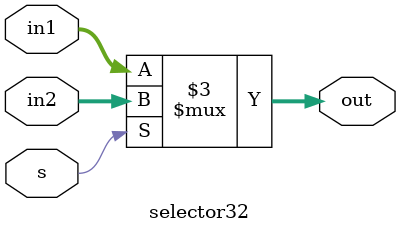
<source format=v>
module selector32(input[31:0] in1,
				 input[31:0] in2,
				 input s,
				 output reg[31:0] out);

always@(*)
begin 
	if(s)
		out=in2;
	else 
		out=in1;
end
				 
endmodule
</source>
